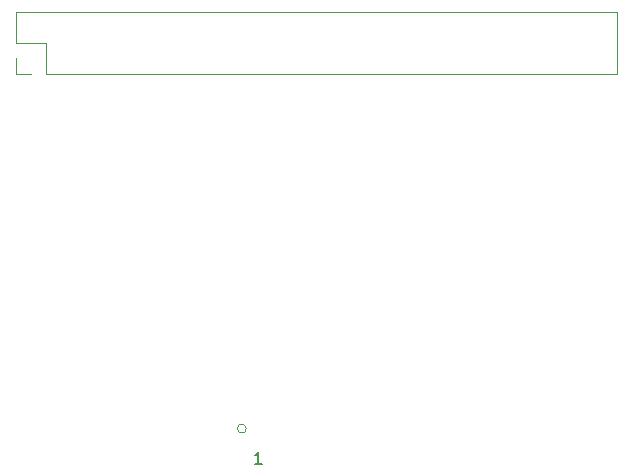
<source format=gbr>
%TF.GenerationSoftware,KiCad,Pcbnew,(6.0.10)*%
%TF.CreationDate,2023-01-13T17:59:47+01:00*%
%TF.ProjectId,InterfaceS88GleisboxRPi,496e7465-7266-4616-9365-533838476c65,rev?*%
%TF.SameCoordinates,Original*%
%TF.FileFunction,Legend,Bot*%
%TF.FilePolarity,Positive*%
%FSLAX46Y46*%
G04 Gerber Fmt 4.6, Leading zero omitted, Abs format (unit mm)*
G04 Created by KiCad (PCBNEW (6.0.10)) date 2023-01-13 17:59:47*
%MOMM*%
%LPD*%
G01*
G04 APERTURE LIST*
%ADD10C,0.150000*%
%ADD11C,0.120000*%
G04 APERTURE END LIST*
D10*
%TO.C,J4*%
X118382714Y-87452380D02*
X117811285Y-87452380D01*
X118097000Y-87452380D02*
X118097000Y-86452380D01*
X118001761Y-86595238D01*
X117906523Y-86690476D01*
X117811285Y-86738095D01*
D11*
X117081000Y-84471000D02*
G75*
G03*
X117081000Y-84471000I-381000J0D01*
G01*
%TO.C,J1*%
X97570000Y-53100000D02*
X97570000Y-54430000D01*
X100170000Y-51830000D02*
X100170000Y-54430000D01*
X148490000Y-49230000D02*
X148490000Y-54430000D01*
X97570000Y-49230000D02*
X97570000Y-51830000D01*
X97570000Y-51830000D02*
X100170000Y-51830000D01*
X100170000Y-54430000D02*
X148490000Y-54430000D01*
X97570000Y-49230000D02*
X148490000Y-49230000D01*
X97570000Y-54430000D02*
X98900000Y-54430000D01*
%TD*%
M02*

</source>
